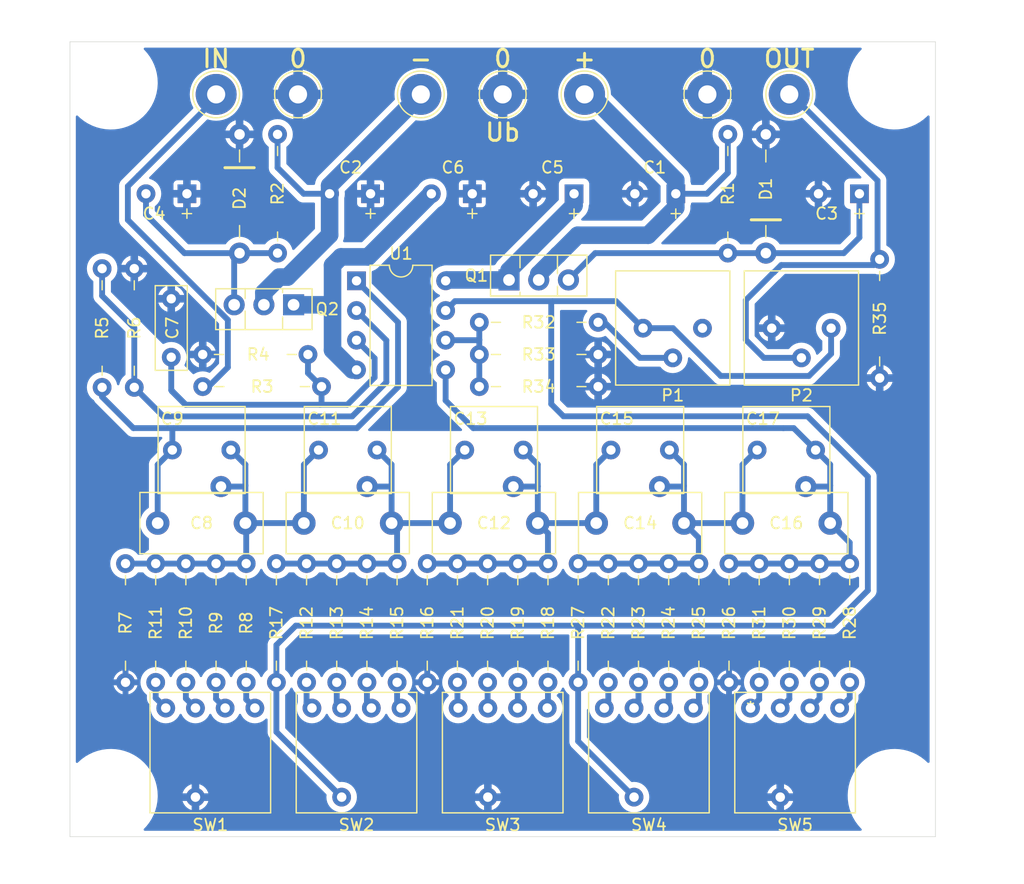
<source format=kicad_pcb>
(kicad_pcb (version 20211014) (generator pcbnew)
  (title_block (title "Thel HQ-Sub (as of 2013)") (rev "1.0") (comment 1 "except the swapped position for C1<->C5 and C2<->C6") (comment 2 "PCB is not the original -> but like the original = exactly the same component placement") (comment 3 "1 layer PCB / all THT components"))
  (layers (0 "F.Cu" signal) (31 "B.Cu" signal) (34 "B.Paste" user) (35 "F.Paste" user) (36 "B.SilkS" user "B.Silkscreen") (37 "F.SilkS" user "F.Silkscreen") (38 "B.Mask" user) (39 "F.Mask" user) (44 "Edge.Cuts" user))
  (net 0 "")
  (net 1 "Net-(C1-Pad1)")
  (net 2 "GND")
  (net 3 "Net-(C2-Pad2)")
  (net 4 "Net-(C3-Pad1)")
  (net 5 "Net-(R5-Pad1)")
  (net 6 "Net-(R8-Pad1)")
  (net 7 "Net-(R9-Pad1)")
  (net 8 "Net-(R10-Pad1)")
  (net 9 "+UB_r")
  (net 10 "-UB_r")
  (net 11 "Net-(R15-Pad1)")
  (net 12 "Net-(R18-Pad1)")
  (net 13 "Net-(R19-Pad1)")
  (net 14 "Net-(R20-Pad1)")
  (net 15 "Net-(R25-Pad1)")
  (net 16 "Net-(R28-Pad1)")
  (net 17 "Net-(J4-Pad1)")
  (net 18 "Net-(J6-Pad1)")
  (net 19 "Net-(R29-Pad1)")
  (net 20 "Net-(R30-Pad1)")
  (net 21 "Net-(C7-Pad2)")
  (net 22 "Net-(R32-Pad2)")
  (net 24 "Net-(R12-Pad2)")
  (net 25 "Net-(R17-Pad2)")
  (net 26 "Net-(C10-Pad2)")
  (net 27 "Net-(C8-Pad2)")
  (net 28 "Net-(C12-Pad1)")
  (net 29 "Net-(C14-Pad1)")
  (net 30 "Net-(C16-Pad1)")
  (net 31 "Net-(R11-Pad1)")
  (net 32 "Net-(R12-Pad1)")
  (net 33 "Net-(R13-Pad1)")
  (net 34 "Net-(R21-Pad1)")
  (net 35 "Net-(R23-Pad1)")
  (net 36 "Net-(R22-Pad1)")
  (net 37 "Net-(R24-Pad1)")
  (net 38 "Net-(R31-Pad1)")
  (net 39 "Net-(R32-Pad1)")
  (net 40 "Net-(C4-Pad2)")
  (net 41 "Net-(R14-Pad1)")
  (footprint "analoghifi:R_Axial_DIN0207_L6.3mm_D2.5mm_P10.16mm_Horizontal_minSilk" (layer "F.Cu") (at 101.91 128.8 90)
    (fp_text reference "R10")
    (fp_text value "13k")
  )
  (footprint "Capacitor_THT:C_Rect_L10.3mm_W5.0mm_P7.50mm_MKS4" (layer "F.Cu") (at 144.5 115.175 180)
    (fp_text reference "C14")
    (fp_text value "1µF/MKS")
  )
  (footprint "analoghifi:D_DO-41_SOD81_P10.16mm_Horizontal_minSilk" (layer "F.Cu") (at 106.5 81.92 -90)
    (fp_text reference "D2")
    (fp_text value "18V/1,3W/2%")
  )
  (footprint "Capacitor_THT:C_Rect_L7.2mm_W7.2mm_P5.00mm_FKS2_FKP2_MKS2_MKP2" (layer "F.Cu") (at 138.255 108.925)
    (fp_text reference "C15")
    (fp_text value "22n/KP")
  )
  (footprint "analoghifi:C_axial_upright_D10.5mm_H26.5mm_P6.25mm_onePad_noSilk" (layer "F.Cu") (at 129.9125 112.05 -150)
    (fp_text reference "REF**" hide)
    (fp_text value "C_axial_upright_D10.5mm_H26.5mm_P6.25mm_onePad_noSilk" hide)
  )
  (footprint "analoghifi:R_Axial_DIN0207_L6.3mm_D2.5mm_P10.16mm_Horizontal_minSilk" (layer "F.Cu") (at 97.5 93.405 -90)
    (fp_text reference "R6")
    (fp_text value "2.4k")
  )
  (footprint "analoghifi:R_Axial_DIN0207_L6.3mm_D2.5mm_P10.16mm_Horizontal_minSilk" (layer "F.Cu") (at 143.19 128.8 90)
    (fp_text reference "R24")
    (fp_text value "20.5k")
  )
  (footprint "analoghifi:DRS_3016_4010" (layer "F.Cu") (at 112.69 131)
    (fp_text reference "SW2")
    (fp_text value "DRS4010" hide)
  )
  (footprint "analoghifi:CP_Radial_Black_D8.2mm_H12.5mm_P3.50mm_minimal_silk" (layer "F.Cu") (at 117.7 87 180)
    (fp_text reference "C2")
    (fp_text value "100µF/63V")
  )
  (footprint "analoghifi:R_Axial_DIN0207_L6.3mm_D2.5mm_P10.16mm_Horizontal_minSilk" (layer "F.Cu") (at 125.13 128.8 90)
    (fp_text reference "R21")
    (fp_text value "36.5k")
  )
  (footprint "Package_DIP:DIP-8_W7.62mm" (layer "F.Cu") (at 116.5 94.45)
    (fp_text reference "U1")
    (fp_text value "MC33078")
  )
  (footprint "analoghifi:R_Axial_DIN0207_L6.3mm_D2.5mm_P10.16mm_Horizontal_minSilk" (layer "F.Cu") (at 137.16 100.75 180)
    (fp_text reference "R33")
    (fp_text value "2,4k")
  )
  (footprint "Capacitor_THT:C_Rect_L10.3mm_W5.0mm_P7.50mm_MKS4" (layer "F.Cu") (at 107 115.175 180)
    (fp_text reference "C8")
    (fp_text value "1µF/MKS")
  )
  (footprint "analoghifi:R_Axial_DIN0207_L6.3mm_D2.5mm_P10.16mm_Horizontal_minSilk" (layer "F.Cu") (at 148.35 128.8 90)
    (fp_text reference "R26")
    (fp_text value "36.5k")
  )
  (footprint "analoghifi:R_Axial_DIN0207_L6.3mm_D2.5mm_P10.16mm_Horizontal_minSilk" (layer "F.Cu") (at 137.16 103.5 180)
    (fp_text reference "R34")
    (fp_text value "270k")
  )
  (footprint "analoghifi:C_axial_upright_D10.5mm_H26.5mm_P6.25mm_onePad_noSilk" (layer "F.Cu") (at 142.4125 112.05 -150)
    (fp_text reference "REF**" hide)
    (fp_text value "C_axial_upright_D10.5mm_H26.5mm_P6.25mm_onePad_noSilk" hide)
  )
  (footprint "analoghifi:C_axial_upright_D10.5mm_H26.5mm_P6.25mm_onePad_noSilk" (layer "F.Cu") (at 154.9125 112.05 -150)
    (fp_text reference "REF**" hide)
    (fp_text value "C_axial_upright_D10.5mm_H26.5mm_P6.25mm_onePad_noSilk" hide)
  )
  (footprint "analoghifi:DRS_3016_4010" (layer "F.Cu") (at 137.69 131)
    (fp_text reference "SW4")
    (fp_text value "DRS4010" hide)
  )
  (footprint "analoghifi:R_Axial_DIN0207_L6.3mm_D2.5mm_P10.16mm_Horizontal_minSilk" (layer "F.Cu") (at 127.71 128.8 90)
    (fp_text reference "R20")
    (fp_text value "17.8k")
  )
  (footprint "analoghifi:C_axial_upright_D10.5mm_H26.5mm_P6.25mm_onePad_noSilk" (layer "F.Cu") (at 104.9125 112.05 -150)
    (fp_text reference "REF**" hide)
    (fp_text value "C_axial_upright_D10.5mm_H26.5mm_P6.25mm_onePad_noSilk" hide)
  )
  (footprint "analoghifi:R_Axial_Short_L6.3mm_D2.5mm_P9.0mm_Horiz_minSilk" (layer "F.Cu") (at 103.35 100.75)
    (fp_text reference "R4")
    (fp_text value "39k")
  )
  (footprint "Package_TO_SOT_THT:TO-126-3_Vertical" (layer "F.Cu") (at 111.12 96.5 180)
    (fp_text reference "Q2")
    (fp_text value "BD140")
  )
  (footprint "analoghifi:R_Axial_DIN0207_L6.3mm_D2.5mm_P10.16mm_Horizontal_minSilk" (layer "F.Cu") (at 109.65 118.64 -90)
    (fp_text reference "R17")
    (fp_text value "9.31k")
  )
  (footprint "analoghifi:R_Axial_DIN0207_L6.3mm_D2.5mm_P10.16mm_Horizontal_minSilk" (layer "F.Cu") (at 119.97 128.8 90)
    (fp_text reference "R15")
    (fp_text value "6.04k")
  )
  (footprint "analoghifi:R_Axial_DIN0207_L6.3mm_D2.5mm_P10.16mm_Horizontal_minSilk" (layer "F.Cu") (at 94.75 93.405 -90)
    (fp_text reference "R5")
    (fp_text value "1.2k")
  )
  (footprint "analoghifi:R_Axial_DIN0207_L6.3mm_D2.5mm_P10.16mm_Horizontal_minSilk" (layer "F.Cu") (at 122.55 128.8 90)
    (fp_text reference "R16")
    (fp_text value "6.98k")
  )
  (footprint "analoghifi:Potentiometer_Bourns_3386P_Vertical" (layer "F.Cu") (at 152 98.5 -90)
    (fp_text reference "P2")
    (fp_text value "5k")
  )
  (footprint "analoghifi:R_Axial_DIN0207_L6.3mm_D2.5mm_P10.16mm_Horizontal_minSilk" (layer "F.Cu") (at 107.07 128.8 90)
    (fp_text reference "R8")
    (fp_text value "3.3k")
  )
  (footprint "analoghifi:R_Axial_DIN0207_L6.3mm_D2.5mm_P10.16mm_Horizontal_minSilk" (layer "F.Cu") (at 99.33 128.8 90)
    (fp_text reference "R11")
    (fp_text value "27k")
  )
  (footprint "analoghifi:DRS_3016_4010" (layer "F.Cu") (at 125.19 131)
    (fp_text reference "SW3")
    (fp_text value "DRS4010" hide)
  )
  (footprint "analoghifi:R_Axial_DIN0207_L6.3mm_D2.5mm_P10.16mm_Horizontal_minSilk" (layer "F.Cu") (at 117.39 128.8 90)
    (fp_text reference "R14")
    (fp_text value "12.4k")
  )
  (footprint "analoghifi:R_Axial_DIN0207_L6.3mm_D2.5mm_P10.16mm_Horizontal_minSilk" (layer "F.Cu") (at 153.51 128.8 90)
    (fp_text reference "R30")
    (fp_text value "91k")
  )
  (footprint "analoghifi:Loet_Pin_D1.5mm_L14.0mm" (layer "F.Cu") (at 129 78.5 180)
    (fp_text reference "J2" hide)
    (fp_text value "UB 0 (GND)")
  )
  (footprint "analoghifi:Loet_Pin_D1.5mm_L14.0mm" (layer "F.Cu") (at 136 78.5 180)
    (fp_text reference "J1" hide)
    (fp_text value "+UB")
  )
  (footprint "MountingHole:MountingHole_3.2mm_M3" (layer "F.Cu") (at 162.5 77.5)
    (fp_text reference "REF**" hide)
    (fp_text value "MountingHole_3.2mm_M3")
  )
  (footprint "analoghifi:Loet_Pin_D1.5mm_L14.0mm" (layer "F.Cu") (at 122 78.5 180)
    (fp_text reference "J3" hide)
    (fp_text value "-UB")
  )
  (footprint "Capacitor_THT:C_Rect_L10.3mm_W5.0mm_P7.50mm_MKS4" (layer "F.Cu") (at 157 115.175 180)
    (fp_text reference "C16")
    (fp_text value "1µF/MKS")
  )
  (footprint "analoghifi:R_Axial_DIN0207_L6.3mm_D2.5mm_P10.16mm_Horizontal_minSilk" (layer "F.Cu") (at 156.09 128.8 90)
    (fp_text reference "R29")
    (fp_text value "48.7k")
  )
  (footprint "analoghifi:CP_Radial_Black_D8.2mm_H12.5mm_P3.50mm_minimal_silk" (layer "F.Cu") (at 135.1 87 180)
    (fp_text reference "C5")
    (fp_text value "100µF/63V")
  )
  (footprint "analoghifi:DRS_3016_4010" (layer "F.Cu") (at 150.19 131)
    (fp_text reference "SW5")
    (fp_text value "DRS4010" hide)
  )
  (footprint "analoghifi:R_Axial_DIN0207_L6.3mm_D2.5mm_P10.16mm_Horizontal_minSilk" (layer "F.Cu") (at 130.29 128.8 90)
    (fp_text reference "R19")
    (fp_text value "9.1k")
  )
  (footprint "analoghifi:R_Axial_DIN0207_L6.3mm_D2.5mm_P10.16mm_Horizontal_minSilk" (layer "F.Cu") (at 148.25 92.08 90)
    (fp_text reference "R1")
    (fp_text value "3,3k")
  )
  (footprint "analoghifi:R_Axial_DIN0207_L6.3mm_D2.5mm_P10.16mm_Horizontal_minSilk" (layer "F.Cu") (at 161.23 102.77 90)
    (fp_text reference "R35")
    (fp_text value "2,4k")
  )
  (footprint "analoghifi:CP_Radial_Black_D8.2mm_H12.5mm_P3.50mm_minimal_silk" (layer "F.Cu") (at 126.4 87 180)
    (fp_text reference "C6")
    (fp_text value "100µF/63V")
  )
  (footprint "analoghifi:R_Axial_DIN0207_L6.3mm_D2.5mm_P10.16mm_Horizontal_minSilk" (layer "F.Cu") (at 135.45 118.64 -90)
    (fp_text reference "R27")
    (fp_text value "15.4k")
  )
  (footprint "analoghifi:Loet_Pin_D1.5mm_L14.0mm" (layer "F.Cu") (at 153.5 78.5 180)
    (fp_text reference "J6" hide)
    (fp_text value "OUT")
  )
  (footprint "Capacitor_THT:C_Rect_L7.2mm_W7.2mm_P5.00mm_FKS2_FKP2_MKS2_MKP2" (layer "F.Cu") (at 113.255 108.925)
    (fp_text reference "C11")
    (fp_text value "22n/KP")
  )
  (footprint "analoghifi:R_Axial_DIN0207_L6.3mm_D2.5mm_P10.16mm_Horizontal_minSilk" (layer "F.Cu") (at 104.49 128.8 90)
    (fp_text reference "R9")
    (fp_text value "6.8k")
  )
  (footprint "analoghifi:Potentiometer_Bourns_3386P_Vertical" (layer "F.Cu") (at 141 98.5 -90)
    (fp_text reference "P1")
    (fp_text value "200")
  )
  (footprint "analoghifi:R_Axial_DIN0207_L6.3mm_D2.5mm_P10.16mm_Horizontal_minSilk" (layer "F.Cu") (at 112.23 128.8 90)
    (fp_text reference "R12")
    (fp_text value "51k")
  )
  (footprint "analoghifi:Loet_Pin_D1.5mm_L14.0mm" (layer "F.Cu") (at 111.5 78.5 180)
    (fp_text reference "J5" hide)
    (fp_text value "IN 0 (GND)")
  )
  (footprint "Capacitor_THT:C_Rect_L7.2mm_W7.2mm_P5.00mm_FKS2_FKP2_MKS2_MKP2" (layer "F.Cu") (at 150.755 108.925)
    (fp_text reference "C17")
    (fp_text value "22n/KP")
  )
  (footprint "Capacitor_THT:C_Rect_L10.3mm_W5.0mm_P7.50mm_MKS4" (layer "F.Cu") (at 132 115.175 180)
    (fp_text reference "C12")
    (fp_text value "1µF/MKS")
  )
  (footprint "Capacitor_THT:C_Rect_L7.0mm_W2.5mm_P5.00mm" (layer "F.Cu") (at 100.66 95.985 -90)
    (fp_text reference "C7")
    (fp_text value "100pF")
  )
  (footprint "analoghifi:Loet_Pin_D1.5mm_L14.0mm" (layer "F.Cu") (at 146.5 78.5 180)
    (fp_text reference "J7" hide)
    (fp_text value "OUT 0 (GND)")
  )
  (footprint "Package_TO_SOT_THT:TO-126-3_Vertical" (layer "F.Cu") (at 129.54 94.375)
    (fp_text reference "Q1")
    (fp_text value "BD139")
  )
  (footprint "analoghifi:R_Axial_DIN0207_L6.3mm_D2.5mm_P10.16mm_Horizontal_minSilk" (layer "F.Cu") (at 145.77 128.8 90)
    (fp_text reference "R25")
    (fp_text value "10k")
  )
  (footprint "analoghifi:CP_Radial_Black_D8.2mm_H12.5mm_P3.50mm_minimal_silk" (layer "F.Cu") (at 143.8 87 180)
    (fp_text reference "C1")
    (fp_text value "100µF/63V")
  )
  (footprint "MountingHole:MountingHole_3.2mm_M3" (layer "F.Cu") (at 95.5 77.5)
    (fp_text reference "REF**" hide)
    (fp_text value "MountingHole_3.2mm_M3")
  )
  (footprint "Capacitor_THT:C_Rect_L7.2mm_W7.2mm_P5.00mm_FKS2_FKP2_MKS2_MKP2" (layer "F.Cu") (at 100.755 108.925)
    (fp_text reference "C9")
    (fp_text value "22n/KP")
  )
  (footprint "analoghifi:R_Axial_DIN0207_L6.3mm_D2.5mm_P10.16mm_Horizontal_minSilk" (layer "F.Cu") (at 150.93 128.8 90)
    (fp_text reference "R31")
    (fp_text value "200k")
  )
  (footprint "analoghifi:R_Axial_DIN0207_L6.3mm_D2.5mm_P10.16mm_Horizontal_minSilk" (layer "F.Cu") (at 96.75 128.8 90)
    (fp_text reference "R7")
    (fp_text value "5.1k")
  )
  (footprint "MountingHole:MountingHole_3.2mm_M3" (layer "F.Cu") (at 95.5 138.5)
    (fp_text reference "REF**" hide)
    (fp_text value "MountingHole_3.2mm_M3")
  )
  (footprint "analoghifi:CP_Radial_Black_D8.2mm_H12.5mm_P3.50mm_minimal_silk" (layer "F.Cu") (at 102 87 180)
    (fp_text reference "C4")
    (fp_text value "100µF/63V")
  )
  (footprint "analoghifi:R_Axial_DIN0207_L6.3mm_D2.5mm_P10.16mm_Horizontal_minSilk" (layer "F.Cu") (at 114.81 128.8 90)
    (fp_text reference "R13")
    (fp_text value "24k")
  )
  (footprint "analoghifi:R_Axial_DIN0207_L6.3mm_D2.5mm_P10.16mm_Horizontal_minSilk" (layer "F.Cu") (at 109.75 81.92 -90)
    (fp_text reference "R2")
    (fp_text value "3,3k")
  )
  (footprint "analoghifi:D_DO-41_SOD81_P10.16mm_Horizontal_minSilk" (layer "F.Cu") (at 151.5 92.08 90)
    (fp_text reference "D1")
    (fp_text value "18V/1,3W/2%")
  )
  (footprint "Capacitor_THT:C_Rect_L7.2mm_W7.2mm_P5.00mm_FKS2_FKP2_MKS2_MKP2" (layer "F.Cu") (at 125.755 108.925)
    (fp_text reference "C13")
    (fp_text value "22n/KP")
  )
  (footprint "analoghifi:Loet_Pin_D1.5mm_L14.0mm" (layer "F.Cu") (at 104.5 78.5 180)
    (fp_text reference "J4" hide)
    (fp_text value "IN")
  )
  (footprint "analoghifi:R_Axial_DIN0207_L6.3mm_D2.5mm_P10.16mm_Horizontal_minSilk" (layer "F.Cu") (at 138.03 128.8 90)
    (fp_text reference "R22")
    (fp_text value "82k")
  )
  (footprint "analoghifi:DRS_3016_4010" (layer "F.Cu") (at 100.19 131)
    (fp_text reference "SW1")
    (fp_text value "DRS4010" hide)
  )
  (footprint "analoghifi:R_Axial_DIN0207_L6.3mm_D2.5mm_P10.16mm_Horizontal_minSilk" (layer "F.Cu") (at 158.67 128.8 90)
    (fp_text reference "R28")
    (fp_text value "23.7k")
  )
  (footprint "analoghifi:R_Axial_DIN0207_L6.3mm_D2.5mm_P10.16mm_Horizontal_minSilk" (layer "F.Cu") (at 132.87 128.8 90)
    (fp_text reference "R18")
    (fp_text value "4.53k")
  )
  (footprint "analoghifi:R_Axial_DIN0207_L6.3mm_D2.5mm_P10.16mm_Horizontal_minSilk" (layer "F.Cu") (at 140.61 128.8 90)
    (fp_text reference "R23")
    (fp_text value "39k")
  )
  (footprint "analoghifi:R_Axial_DIN0207_L6.3mm_D2.5mm_P10.16mm_Horizontal_minSilk" (layer "F.Cu") (at 103.35 103.5)
    (fp_text reference "R3")
    (fp_text value "100")
  )
  (footprint "Capacitor_THT:C_Rect_L10.3mm_W5.0mm_P7.50mm_MKS4" (layer "F.Cu") (at 119.5 115.175 180)
    (fp_text reference "C10")
    (fp_text value "1µF/MKS")
  )
  (footprint "analoghifi:C_axial_upright_D10.5mm_H26.5mm_P6.25mm_onePad_noSilk" (layer "F.Cu") (at 117.4125 112.05 -150)
    (fp_text reference "REF**" hide)
    (fp_text value "C_axial_upright_D10.5mm_H26.5mm_P6.25mm_onePad_noSilk" hide)
  )
  (footprint "analoghifi:CP_Radial_Black_D8.2mm_H12.5mm_P3.50mm_minimal_silk" (layer "F.Cu") (at 159.5 87 180)
    (fp_text reference "C3")
    (fp_text value "100µF/63V")
  )
  (footprint "analoghifi:R_Axial_DIN0207_L6.3mm_D2.5mm_P10.16mm_Horizontal_minSilk" (layer "F.Cu") (at 127 98)
    (fp_text reference "R32")
    (fp_text value "2,4k")
  )
  (footprint "MountingHole:MountingHole_3.2mm_M3" (layer "F.Cu") (at 162.5 138.5)
    (fp_text reference "REF**" hide)
    (fp_text value "MountingHole_3.2mm_M3")
  )
  (gr_line (start 92 74) (end 166 74) (layer "Edge.Cuts") (width 0.05))
  (gr_line (start 166 74) (end 166 142) (layer "Edge.Cuts") (width 0.05))
  (gr_line (start 166 142) (end 92 142) (layer "Edge.Cuts") (width 0.05))
  (gr_line (start 92 142) (end 92 74) (layer "Edge.Cuts") (width 0.05))
  (gr_text "0" (at 146.5 75.45) (layer "F.SilkS") (effects (font (size 1.5 1.5) (thickness 0.25))))
  (gr_text "0" (at 111.5 75.45) (layer "F.SilkS") (effects (font (size 1.5 1.5) (thickness 0.25))))
  (gr_text "-" (at 122 75.45) (layer "F.SilkS") (effects (font (size 1.5 1.5) (thickness 0.25))))
  (gr_text "+" (at 136 75.45) (layer "F.SilkS") (effects (font (size 1.5 1.5) (thickness 0.25))))
  (gr_text "Ub" (at 129 81.75) (layer "F.SilkS") (effects (font (size 1.5 1.5) (thickness 0.25))))
  (gr_text "IN" (at 104.5 75.45) (layer "F.SilkS") (effects (font (size 1.5 1.5) (thickness 0.25))))
  (gr_text "0" (at 129 75.45) (layer "F.SilkS") (effects (font (size 1.5 1.5) (thickness 0.25))))
  (gr_text "OUT" (at 153.5 75.45) (layer "F.SilkS") (effects (font (size 1.5 1.5) (thickness 0.25))))
  (segment (start 146.46 87) (end 143.8 87) (width 0.5) (layer "B.Cu") (net 1))
  (segment (start 143.8 88.18) (end 143.8 87) (width 1.5) (layer "B.Cu") (net 1))
  (segment (start 141.43 90.55) (end 143.8 88.18) (width 1.5) (layer "B.Cu") (net 1))
  (segment (start 143.8 85.84) (end 143.8 87) (width 1.5) (layer "B.Cu") (net 1))
  (segment (start 132.08 93.875131) (end 133.729642 92.225489) (width 1.5) (layer "B.Cu") (net 1))
  (segment (start 136.46 78.5) (end 143.8 85.84) (width 1.5) (layer "B.Cu") (net 1))
  (segment (start 148.25 85.21) (end 146.46 87) (width 0.5) (layer "B.Cu") (net 1))
  (segment (start 135.41 90.55) (end 141.43 90.55) (width 1.5) (layer "B.Cu") (net 1))
  (segment (start 148.25 81.92) (end 148.25 85.21) (width 0.5) (layer "B.Cu") (net 1))
  (segment (start 133.729642 92.225489) (end 133.734511 92.225489) (width 1.5) (layer "B.Cu") (net 1))
  (segment (start 133.734511 92.225489) (end 135.41 90.55) (width 1.5) (layer "B.Cu") (net 1))
  (segment (start 132.08 94.375) (end 132.08 93.875131) (width 1.5) (layer "B.Cu") (net 1))
  (segment (start 136 78.5) (end 136.46 78.5) (width 1.5) (layer "B.Cu") (net 1))
  (segment (start 114.2 87) (end 111.98 87) (width 0.5) (layer "B.Cu") (net 3))
  (segment (start 114.2 90.528447) (end 114.2 87) (width 1.5) (layer "B.Cu") (net 3))
  (segment (start 110.598936 94.129511) (end 114.2 90.528447) (width 1.5) (layer "B.Cu") (net 3))
  (segment (start 108.58 96.5) (end 108.58 95.45) (width 1.5) (layer "B.Cu") (net 3))
  (segment (start 122 78.5) (end 114.2 86.3) (width 1.5) (layer "B.Cu") (net 3))
  (segment (start 109.900489 94.129511) (end 110.598936 94.129511) (width 1.5) (layer "B.Cu") (net 3))
  (segment (start 108.58 95.45) (end 109.900489 94.129511) (width 1.5) (layer "B.Cu") (net 3))
  (segment (start 111.98 87) (end 109.75 84.77) (width 0.5) (layer "B.Cu") (net 3))
  (segment (start 114.2 86.3) (end 114.2 87) (width 1.5) (layer "B.Cu") (net 3))
  (segment (start 109.75 84.77) (end 109.75 81.92) (width 0.5) (layer "B.Cu") (net 3))
  (segment (start 148.25 92.08) (end 136.91 92.08) (width 0.5) (layer "B.Cu") (net 4))
  (segment (start 136.91 92.08) (end 134.62 94.37) (width 0.5) (layer "B.Cu") (net 4))
  (segment (start 159.5 87) (end 159.5 90.746478) (width 0.5) (layer "B.Cu") (net 4))
  (segment (start 158.166478 92.08) (end 151.5 92.08) (width 0.5) (layer "B.Cu") (net 4))
  (segment (start 159.5 90.746478) (end 158.166478 92.08) (width 0.5) (layer "B.Cu") (net 4))
  (segment (start 134.62 94.37) (end 134.62 94.375) (width 0.5) (layer "B.Cu") (net 4))
  (segment (start 151.5 92.08) (end 148.25 92.08) (width 0.5) (layer "B.Cu") (net 4))
  (segment (start 97.5 98.48) (end 97.5 103.565) (width 0.5) (layer "B.Cu") (net 5))
  (segment (start 94.75 95.73) (end 97.5 98.48) (width 0.5) (layer "B.Cu") (net 5))
  (segment (start 119.05 99.54) (end 119.05 103.124863) (width 0.5) (layer "B.Cu") (net 5))
  (segment (start 99.985 106.05) (end 97.5 103.565) (width 0.5) (layer "B.Cu") (net 5))
  (segment (start 94.75 93.405) (end 94.75 95.73) (width 0.5) (layer "B.Cu") (net 5))
  (segment (start 116.124863 106.05) (end 99.985 106.05) (width 0.5) (layer "B.Cu") (net 5))
  (segment (start 119.05 103.124863) (end 116.124863 106.05) (width 0.5) (layer "B.Cu") (net 5))
  (segment (start 116.5 96.99) (end 119.05 99.54) (width 0.5) (layer "B.Cu") (net 5))
  (segment (start 107.07 128.8) (end 107.07 130.26) (width 0.5) (layer "B.Cu") (net 6))
  (segment (start 107.07 130.26) (end 107.81 131) (width 0.5) (layer "B.Cu") (net 6))
  (segment (start 104.49 130.22) (end 105.27 131) (width 0.5) (layer "B.Cu") (net 7))
  (segment (start 104.49 128.8) (end 104.49 130.22) (width 0.5) (layer "B.Cu") (net 7))
  (segment (start 101.91 128.8) (end 101.91 130.18) (width 0.5) (layer "B.Cu") (net 8))
  (segment (start 101.91 130.18) (end 102.73 131) (width 0.5) (layer "B.Cu") (net 8))
  (segment (start 129.54 93.56) (end 129.54 94.375) (width 1.5) (layer "B.Cu") (net 9))
  (segment (start 135.1 87) (end 135.1 88) (width 1.5) (layer "B.Cu") (net 9))
  (segment (start 124.195 94.375) (end 124.12 94.45) (width 1.5) (layer "B.Cu") (net 9))
  (segment (start 129.54 94.375) (end 124.195 94.375) (width 1.5) (layer "B.Cu") (net 9))
  (segment (start 135.1 88) (end 129.54 93.56) (width 1.5) (layer "B.Cu") (net 9))
  (segment (start 122.9 87) (end 122.89 87) (width 1.5) (layer "B.Cu") (net 10))
  (segment (start 122.89 87) (end 117.489511 92.400489) (width 1.5) (layer "B.Cu") (net 10))
  (segment (start 117.489511 92.400489) (end 115.169511 92.400489) (width 1.5) (layer "B.Cu") (net 10))
  (segment (start 116.141553 102.07) (end 116.5 102.07) (width 1.5) (layer "B.Cu") (net 10))
  (segment (start 115.169511 92.400489) (end 114.450489 93.119511) (width 1.5) (layer "B.Cu") (net 10))
  (segment (start 111.12 96) (end 111.12 96.168659) (width 0.5) (layer "B.Cu") (net 10))
  (segment (start 111.12 96.5) (end 111.12 96.45) (width 1.5) (layer "B.Cu") (net 10))
  (segment (start 114.450489 93.119511) (end 114.450489 100.378936) (width 1.5) (layer "B.Cu") (net 10))
  (segment (start 114.450489 100.378936) (end 116.141553 102.07) (width 1.5) (layer "B.Cu") (net 10))
  (segment (start 111.12 96.5) (end 113.94 96.5) (width 1.5) (layer "B.Cu") (net 10))
  (segment (start 119.97 128.8) (end 119.97 130.66) (width 0.5) (layer "B.Cu") (net 11))
  (segment (start 119.97 130.66) (end 120.31 131) (width 0.5) (layer "B.Cu") (net 11))
  (segment (start 132.87 128.8) (end 132.87 130.94) (width 0.5) (layer "B.Cu") (net 12))
  (segment (start 132.87 130.94) (end 132.81 131) (width 0.5) (layer "B.Cu") (net 12))
  (segment (start 130.29 128.8) (end 130.29 130.98) (width 0.5) (layer "B.Cu") (net 13))
  (segment (start 130.29 130.98) (end 130.27 131) (width 0.5) (layer "B.Cu") (net 13))
  (segment (start 127.71 128.8) (end 127.71 130.98) (width 0.5) (layer "B.Cu") (net 14))
  (segment (start 127.71 130.98) (end 127.73 131) (width 0.5) (layer "B.Cu") (net 14))
  (segment (start 145.77 130.54) (end 145.31 131) (width 0.5) (layer "B.Cu") (net 15))
  (segment (start 145.77 128.8) (end 145.77 130.54) (width 0.5) (layer "B.Cu") (net 15))
  (segment (start 158.67 128.8) (end 158.67 130.14) (width 0.5) (layer "B.Cu") (net 16))
  (segment (start 158.67 130.14) (end 157.81 131) (width 0.5) (layer "B.Cu") (net 16))
  (segment (start 96.950489 89.243251) (end 105.5 97.792762) (width 0.5) (layer "B.Cu") (net 17))
  (segment (start 105.5 101.85) (end 103.85 103.5) (width 0.5) (layer "B.Cu") (net 17))
  (segment (start 104.5 78.81) (end 97.859511 85.450489) (width 0.5) (layer "B.Cu") (net 17))
  (segment (start 103.85 103.5) (end 103.35 103.5) (width 0.5) (layer "B.Cu") (net 17))
  (segment (start 105.5 97.792762) (end 105.5 101.85) (width 0.5) (layer "B.Cu") (net 17))
  (segment (start 104.5 78.5) (end 104.5 78.81) (width 0.5) (layer "B.Cu") (net 17))
  (segment (start 97.859511 85.450489) (end 97.85817 85.450489) (width 0.5) (layer "B.Cu") (net 17))
  (segment (start 96.950489 86.35817) (end 96.950489 89.243251) (width 0.5) (layer "B.Cu") (net 17))
  (segment (start 97.85817 85.450489) (end 96.950489 86.35817) (width 0.5) (layer "B.Cu") (net 17))
  (segment (start 161.23 92.61) (end 161.05 92.43) (width 0.5) (layer "B.Cu") (net 18))
  (segment (start 152.183251 93.729511) (end 152.160489 93.729511) (width 0.5) (layer "B.Cu") (net 18))
  (segment (start 149.79 96.1) (end 149.79 99.5) (width 0.5) (layer "B.Cu") (net 18))
  (segment (start 153.67 78.5) (end 153.5 78.5) (width 0.5) (layer "B.Cu") (net 18))
  (segment (start 160.74 93.1) (end 152.812762 93.1) (width 0.5) (layer "B.Cu") (net 18))
  (segment (start 161.23 92.61) (end 160.74 93.1) (width 0.5) (layer "B.Cu") (net 18))
  (segment (start 151.33 101.04) (end 154.54 101.04) (width 0.5) (layer "B.Cu") (net 18))
  (segment (start 152.160489 93.729511) (end 149.79 96.1) (width 0.5) (layer "B.Cu") (net 18))
  (segment (start 161.05 85.88) (end 153.67 78.5) (width 0.5) (layer "B.Cu") (net 18))
  (segment (start 152.812762 93.1) (end 152.183251 93.729511) (width 0.5) (layer "B.Cu") (net 18))
  (segment (start 149.79 99.5) (end 151.33 101.04) (width 0.5) (layer "B.Cu") (net 18))
  (segment (start 161.05 92.43) (end 161.05 85.88) (width 0.5) (layer "B.Cu") (net 18))
  (segment (start 156.09 130.18) (end 155.27 131) (width 0.5) (layer "B.Cu") (net 19))
  (segment (start 156.09 128.8) (end 156.09 130.18) (width 0.5) (layer "B.Cu") (net 19))
  (segment (start 153.51 130.22) (end 152.73 131) (width 0.5) (layer "B.Cu") (net 20))
  (segment (start 153.51 128.8) (end 153.51 130.22) (width 0.5) (layer "B.Cu") (net 20))
  (segment (start 113.390489 105.049511) (end 101.909511 105.049511) (width 0.5) (layer "B.Cu") (net 21))
  (segment (start 100.73 103.91) (end 100.73 103.87) (width 0.5) (layer "B.Cu") (net 21))
  (segment (start 113.51 104.93) (end 113.390489 105.049511) (width 0.5) (layer "B.Cu") (net 21))
  (segment (start 101.869511 105.049511) (end 100.73 103.91) (width 0.5) (layer "B.Cu") (net 21))
  (segment (start 100.66 100.985) (end 100.66 103.8) (width 0.5) (layer "B.Cu") (net 21))
  (segment (start 112.35 100.75) (end 112.35 102.34) (width 0.5) (layer "B.Cu") (net 21))
  (segment (start 113.51 103.5) (end 113.51 104.93) (width 0.5) (layer "B.Cu") (net 21))
  (segment (start 118.049511 102.71183) (end 115.71183 105.049511) (width 0.5) (layer "B.Cu") (net 21))
  (segment (start 101.909511 105.049511) (end 100.73 103.87) (width 0.5) (layer "B.Cu") (net 21))
  (segment (start 116.5 99.53) (end 118.049511 101.079511) (width 0.5) (layer "B.Cu") (net 21))
  (segment (start 115.71183 105.049511) (end 113.390489 105.049511) (width 0.5) (layer "B.Cu") (net 21))
  (segment (start 112.35 102.34) (end 113.51 103.5) (width 0.5) (layer "B.Cu") (net 21))
  (segment (start 100.66 103.8) (end 100.73 103.87) (width 0.5) (layer "B.Cu") (net 21))
  (segment (start 118.049511 101.079511) (end 118.049511 102.71183) (width 0.5) (layer "B.Cu") (net 21))
  (segment (start 143.54 101.04) (end 140.75 101.04) (width 0.5) (layer "B.Cu") (net 22))
  (segment (start 140.75 101.04) (end 137.71 98) (width 0.5) (layer "B.Cu") (net 22))
  (segment (start 137.71 98) (end 137.16 98) (width 0.5) (layer "B.Cu") (net 22))
  (segment (start 119.37 112.05) (end 119.5 111.92) (width 0.5) (layer "B.Cu") (net 24))
  (segment (start 124.5 110.18) (end 124.5 115.175) (width 0.5) (layer "B.Cu") (net 24))
  (segment (start 125.755 108.925) (end 124.5 110.18) (width 0.5) (layer "B.Cu") (net 24))
  (segment (start 109.65 118.64) (end 119.97 118.64) (width 0.5) (layer "B.Cu") (net 24))
  (segment (start 117.4125 112.05) (end 119.37 112.05) (width 0.5) (layer "B.Cu") (net 24))
  (segment (start 119.5 110.17) (end 119.5 111.92) (width 0.5) (layer "B.Cu") (net 24))
  (segment (start 119.5 115.175) (end 119.97 115.645) (width 0.5) (layer "B.Cu") (net 24))
  (segment (start 119.5 111.92) (end 119.5 115.175) (width 0.5) (layer "B.Cu") (net 24))
  (segment (start 119.5 115.175) (end 124.5 115.175) (width 0.5) (layer "B.Cu") (net 24))
  (segment (start 118.255 108.925) (end 119.5 110.17) (width 0.5) (layer "B.Cu") (net 24))
  (segment (start 119.97 115.645) (end 119.97 118.64) (width 0.5) (layer "B.Cu") (net 24))
  (segment (start 135.45 133.84) (end 135.45 128.8) (width 0.5) (layer "B.Cu") (net 25))
  (segment (start 124.919999 96.190001) (end 133.259999 96.190001) (width 0.5) (layer "B.Cu") (net 25))
  (segment (start 133.15 104.99) (end 133.15 96.3) (width 0.5) (layer "B.Cu") (net 25))
  (segment (start 135.45 128.8) (end 135.45 123.95) (width 0.5) (layer "B.Cu") (net 25))
  (segment (start 147.649511 102.589511) (end 143.56 98.5) (width 0.5) (layer "B.Cu") (net 25))
  (segment (start 115.23 138.62) (end 109.65 133.04) (width 0.5) (layer "B.Cu") (net 25))
  (segment (start 133.15 96.3) (end 133.259999 96.190001) (width 0.5) (layer "B.Cu") (net 25))
  (segment (start 155.061341 106.04) (end 134.2 106.04) (width 0.5) (layer "B.Cu") (net 25))
  (segment (start 157.08 98.5) (end 157.08 100.691341) (width 0.5) (layer "B.Cu") (net 25))
  (segment (start 155.18183 102.589511) (end 147.649511 102.589511) (width 0.5) (layer "B.Cu") (net 25))
  (segment (start 109.65 125.61) (end 111.31 123.95) (width 0.5) (layer "B.Cu") (net 25))
  (segment (start 133.259999 96.190001) (end 138.690001 96.190001) (width 0.5) (layer "B.Cu") (net 25))
  (segment (start 109.65 133.04) (end 109.65 128.8) (width 0.5) (layer "B.Cu") (net 25))
  (segment (start 143.56 98.5) (end 141 98.5) (width 0.5) (layer "B.Cu") (net 25))
  (segment (start 111.31 123.95) (end 135.45 123.95) (width 0.5) (layer "B.Cu") (net 25))
  (segment (start 109.65 128.8) (end 109.65 125.61) (width 0.5) (layer "B.Cu") (net 25))
  (segment (start 134.2 106.04) (end 133.15 104.99) (width 0.5) (layer "B.Cu") (net 25))
  (segment (start 140.23 138.62) (end 135.45 133.84) (width 0.5) (layer "B.Cu") (net 25))
  (segment (start 135.45 123.95) (end 157.21 123.95) (width 0.5) (layer "B.Cu") (net 25))
  (segment (start 157.21 123.95) (end 160.219511 120.940489) (width 0.5) (layer "B.Cu") (net 25))
  (segment (start 157.08 100.691341) (end 155.18183 102.589511) (width 0.5) (layer "B.Cu") (net 25))
  (segment (start 160.219511 111.19817) (end 155.061341 106.04) (width 0.5) (layer "B.Cu") (net 25))
  (segment (start 160.219511 120.940489) (end 160.219511 111.19817) (width 0.5) (layer "B.Cu") (net 25))
  (segment (start 138.690001 96.190001) (end 141 98.5) (width 0.5) (layer "B.Cu") (net 25))
  (segment (start 124.12 96.99) (end 124.919999 96.190001) (width 0.5) (layer "B.Cu") (net 25))
  (segment (start 105.755 108.925) (end 107 110.17) (width 0.5) (layer "B.Cu") (net 26))
  (segment (start 106.91 112.05) (end 107 111.96) (width 0.5) (layer "B.Cu") (net 26))
  (segment (start 107 115.175) (end 112 115.175) (width 0.5) (layer "B.Cu") (net 26))
  (segment (start 112 110.18) (end 112 115.175) (width 0.5) (layer "B.Cu") (net 26))
  (segment (start 107.07 118.64) (end 107.07 115.245) (width 0.5) (layer "B.Cu") (net 26))
  (segment (start 104.9125 112.05) (end 106.91 112.05) (width 0.5) (layer "B.Cu") (net 26))
  (segment (start 107 111.96) (end 107 115.175) (width 0.5) (layer "B.Cu") (net 26))
  (segment (start 113.255 108.925) (end 112 110.18) (width 0.5) (layer "B.Cu") (net 26))
  (segment (start 107 110.17) (end 107 111.96) (width 0.5) (layer "B.Cu") (net 26))
  (segment (start 107.07 115.245) (end 107 115.175) (width 0.5) (layer "B.Cu") (net 26))
  (segment (start 96.75 118.64) (end 107.07 118.64) (width 0.5) (layer "B.Cu") (net 26))
  (segment (start 100.755 108.925) (end 100.755 107.175) (width 0.5) (layer "B.Cu") (net 27))
  (segment (start 120.05 98) (end 120.05 103.538385) (width 0.5) (layer "B.Cu") (net 27))
  (segment (start 100.755 107.175) (end 100.88 107.05) (width 0.5) (layer "B.Cu") (net 27))
  (segment (start 94.75 104.38) (end 94.75 103.565) (width 0.5) (layer "B.Cu") (net 27))
  (segment (start 100.755 108.925) (end 99.5 110.18) (width 0.5) (layer "B.Cu") (net 27))
  (segment (start 99.5 110.18) (end 99.5 115.175) (width 0.5) (layer "B.Cu") (net 27))
  (segment (start 116.538385 107.05) (end 100.88 107.05) (width 0.5) (layer "B.Cu") (net 27))
  (segment (start 97.42 107.05) (end 94.75 104.38) (width 0.5) (layer "B.Cu") (net 27))
  (segment (start 116.5 94.45) (end 120.05 98) (width 0.5) (layer "B.Cu") (net 27))
  (segment (start 100.88 107.05) (end 97.42 107.05) (width 0.5) (layer "B.Cu") (net 27))
  (segment (start 120.05 103.538385) (end 116.538385 107.05) (width 0.5) (layer "B.Cu") (net 27))
  (segment (start 129.9125 112.05) (end 131.98 112.05) (width 0.5) (layer "B.Cu") (net 28))
  (segment (start 138.255 108.925) (end 137 110.18) (width 0.5) (layer "B.Cu") (net 28))
  (segment (start 132 115.175) (end 132.87 116.045) (width 0.5) (layer "B.Cu") (net 28))
  (segment (start 132 112.03) (end 132 115.175) (width 0.5) (layer "B.Cu") (net 28))
  (segment (start 132 110.17) (end 132 112.03) (width 0.5) (layer "B.Cu") (net 28))
  (segment (start 130.755 108.925) (end 132 110.17) (width 0.5) (layer "B.Cu") (net 28))
  (segment (start 132 115.175) (end 137 115.175) (width 0.5) (layer "B.Cu") (net 28))
  (segment (start 122.55 118.64) (end 132.87 118.64) (width 0.5) (layer "B.Cu") (net 28))
  (segment (start 132.87 116.045) (end 132.87 118.64) (width 0.5) (layer "B.Cu") (net 28))
  (segment (start 131.98 112.05) (end 132 112.03) (width 0.5) (layer "B.Cu") (net 28))
  (segment (start 137 110.18) (end 137 115.175) (width 0.5) (layer "B.Cu") (net 28))
  (segment (start 144.45 112.05) (end 144.5 112) (width 0.5) (layer "B.Cu") (net 29))
  (segment (start 149.5 110.18) (end 149.5 115.175) (width 0.5) (layer "B.Cu") (net 29))
  (segment (start 150.755 108.925) (end 149.5 110.18) (width 0.5) (layer "B.Cu") (net 29))
  (segment (start 143.255 108.925) (end 144.5 110.17) (width 0.5) (layer "B.Cu") (net 29))
  (segment (start 144.5 115.175) (end 149.5 115.175) (width 0.5) (layer "B.Cu") (net 29))
  (segment (start 144.5 110.17) (end 144.5 112) (width 0.5) (layer "B.Cu") (net 29))
  (segment (start 135.45 118.64) (end 145.77 118.64) (width 0.5) (layer "B.Cu") (net 29))
  (segment (start 144.5 112) (end 144.5 115.175) (width 0.5) (layer "B.Cu") (net 29))
  (segment (start 142.4125 112.05) (end 144.45 112.05) (width 0.5) (layer "B.Cu") (net 29))
  (segment (start 144.5 115.175) (end 145.77 116.445) (width 0.5) (layer "B.Cu") (net 29))
  (segment (start 145.77 116.445) (end 145.77 118.64) (width 0.5) (layer "B.Cu") (net 29))
  (segment (start 156.91 112.05) (end 157 111.96) (width 0.5) (layer "B.Cu") (net 30))
  (segment (start 157 110.17) (end 157 111.96) (width 0.5) (layer "B.Cu") (net 30))
  (segment (start 153.88 107.05) (end 153 107.05) (width 0.5) (layer "B.Cu") (net 30))
  (segment (start 155.755 108.925) (end 157 110.17) (width 0.5) (layer "B.Cu") (net 30))
  (segment (start 124.12 102.07) (end 124.12 104.69) (width 0.5) (layer "B.Cu") (net 30))
  (segment (start 155.755 108.925) (end 153.88 107.05) (width 0.5) (layer "B.Cu") (net 30))
  (segment (start 148.35 118.64) (end 158.67 118.64) (width 0.5) (layer "B.Cu") (net 30))
  (segment locked (start 126.48 107.05) (end 153 107.05) (width 0.5) (layer "B.Cu") (net 30))
  (segment (start 124.12 104.69) (end 126.48 107.05) (width 0.5) (layer "B.Cu") (net 30))
  (segment (start 157 115.175) (end 158.67 116.845) (width 0.5) (layer "B.Cu") (net 30))
  (segment (start 157 111.96) (end 157 115.175) (width 0.5) (layer "B.Cu") (net 30))
  (segment (start 154.9125 112.05) (end 156.91 112.05) (width 0.5) (layer "B.Cu") (net 30))
  (segment (start 158.67 116.845) (end 158.67 118.64) (width 0.5) (layer "B.Cu") (net 30))
  (segment (start 99.33 130.14) (end 100.19 131) (width 0.5) (layer "B.Cu") (net 31))
  (segment (start 99.33 128.8) (end 99.33 130.14) (width 0.5) (layer "B.Cu") (net 31))
  (segment (start 112.23 128.8) (end 112.23 130.54) (width 0.5) (layer "B.Cu") (net 32))
  (segment (start 112.23 130.54) (end 112.69 131) (width 0.5) (layer "B.Cu") (net 32))
  (segment (start 114.81 128.8) (end 114.81 130.58) (width 0.5) (layer "B.Cu") (net 33))
  (segment (start 114.81 130.58) (end 115.23 131) (width 0.5) (layer "B.Cu") (net 33))
  (segment (start 125.13 130.94) (end 125.19 131) (width 0.5) (layer "B.Cu") (net 34))
  (segment (start 125.13 128.8) (end 125.13 130.94) (width 0.5) (layer "B.Cu") (net 34))
  (segment (start 140.61 130.62) (end 140.23 131) (width 0.5) (layer "B.Cu") (net 35))
  (segment (start 140.61 128.8) (end 140.61 130.62) (width 0.5) (layer "B.Cu") (net 35))
  (segment (start 138.03 130.66) (end 137.69 131) (width 0.5) (layer "B.Cu") (net 36))
  (segment (start 138.03 128.8) (end 138.03 130.66) (width 0.5) (layer "B.Cu") (net 36))
  (segment (start 143.19 130.58) (end 142.77 131) (width 0.5) (layer "B.Cu") (net 37))
  (segment (start 143.19 128.8) (end 143.19 130.58) (width 0.5) (layer "B.Cu") (net 37))
  (segment (start 150.93 130.26) (end 150.19 131) (width 0.5) (layer "B.Cu") (net 38))
  (segment (start 150.93 128.8) (end 150.93 130.26) (width 0.5) (layer "B.Cu") (net 38))
  (segment (start 127 99.5) (end 127 98) (width 0.5) (layer "B.Cu") (net 39))
  (segment (start 127 103.5) (end 127 99.5) (width 0.5) (layer "B.Cu") (net 39))
  (segment (start 126.97 99.53) (end 127 99.5) (width 0.5) (layer "B.Cu") (net 39))
  (segment (start 124.12 99.53) (end 126.97 99.53) (width 0.5) (layer "B.Cu") (net 39))
  (segment (start 101.79 92.08) (end 106.5 92.08) (width 0.5) (layer "B.Cu") (net 40))
  (segment (start 109.75 92.08) (end 106.5 92.08) (width 0.5) (layer "B.Cu") (net 40))
  (segment (start 98.5 87) (end 98.5 88.79) (width 0.5) (layer "B.Cu") (net 40))
  (segment (start 106.04 92.54) (end 106.5 92.08) (width 0.5) (layer "B.Cu") (net 40))
  (segment (start 106.04 96) (end 106.04 92.54) (width 0.5) (layer "B.Cu") (net 40))
  (segment (start 98.5 88.79) (end 101.79 92.08) (width 0.5) (layer "B.Cu") (net 40))
  (segment (start 117.39 128.8) (end 117.39 130.62) (width 0.5) (layer "B.Cu") (net 41))
  (segment (start 117.39 130.62) (end 117.77 131) (width 0.5) (layer "B.Cu") (net 41))
  (zone (net 0) (net_name "") (layer "B.Cu") (connect_pads yes (clearance 0)) (min_thickness 0.0254)
    (keepout (tracks allowed) (vias not_allowed) (pads allowed) (copperpour not_allowed) (footprints allowed))
    (fill (thermal_gap 0.508) (thermal_bridge_width 0.508))
    (polygon (pts (xy 166.504629 77.50039) (xy 166.485516 77.109588) (xy 166.428358 76.722516) (xy 166.333701 76.342869) (xy 166.202449 75.97427) (xy 166.035855 75.620239) (xy 165.835508 75.284154) (xy 165.603321 74.969224) (xy 165.341511 74.678454) (xy 165.052576 74.41462) (xy 164.739274 74.18024) (xy 164.404596 73.977552) (xy 164.051737 73.80849) (xy 163.684064 73.674668) (xy 163.305087 73.577364) (xy 162.918423 73.517505) (xy 162.527764 73.495664) (xy 162.136837 73.512048) (xy 161.749376 73.566502) (xy 161.369077 73.658506) (xy 160.999572 73.787182) (xy 160.644386 73.951301) (xy 160.306911 74.149296) (xy 159.990367 74.379279) (xy 159.697776 74.639053) (xy 159.431932 74.926139) (xy 159.195371 75.237797) (xy 158.990351 75.571051) (xy 158.81883 75.922722) (xy 158.682444 76.289452) (xy 158.582496 76.66774) (xy 158.519939 77.053977) (xy 158.495371 77.444474) (xy 158.509026 77.835505) (xy 158.560774 78.223337) (xy 158.650121 78.604269) (xy 158.776214 78.974664) (xy 158.937849 79.330987) (xy 159.133484 79.669836) (xy 159.361251 79.987978) (xy 159.618976 80.282375) (xy 159.904199 80.550217) (xy 160.214198 80.788948) (xy 160.546013 80.996289) (xy 160.896478 81.170261) (xy 161.262246 81.309204) (xy 161.639828 81.411791) (xy 162.025618 81.477042) (xy 162.415934 81.504336) (xy 162.807051 81.493411) (xy 163.195235 81.444372) (xy 163.576782 81.357687) (xy 163.948048 81.234183) (xy 164.30549 81.075039) (xy 164.645697 80.881775) (xy 164.965421 80.656234) (xy 165.26161 80.400571) (xy 165.531437 80.117225) (xy 165.772327 79.8089) (xy 165.981979 79.47854) (xy 166.158394 79.129299) (xy 166.299886 78.764509) (xy 166.405107 78.387653) (xy 166.47305 78.002328) (xy 166.503068 77.612211)))
  )
  (zone (net 0) (net_name "") (layer "B.Cu") (connect_pads (clearance 0)) (min_thickness 0.254)
    (keepout (tracks allowed) (vias allowed) (pads allowed) (copperpour not_allowed) (footprints allowed))
    (fill (thermal_gap 0.508) (thermal_bridge_width 0.508))
    (polygon (pts (xy 102.79 102.71) (xy 102.45 103.05) (xy 96.96 97.56) (xy 96.96 96.89) (xy 96.97 96.89)))
  )
  (zone (net 0) (net_name "") (layer "B.Cu") (connect_pads (clearance 0)) (min_thickness 0.254)
    (keepout (tracks allowed) (vias allowed) (pads allowed) (copperpour not_allowed) (footprints allowed))
    (fill (thermal_gap 0.508) (thermal_bridge_width 0.508))
    (polygon (pts (xy 127.65 107.69) (xy 115.79 107.69) (xy 115.79 107.3) (xy 127.65 107.3)))
  )
  (zone (net 0) (net_name "") (layer "B.Cu") (connect_pads yes (clearance 0)) (min_thickness 0.0254)
    (keepout (tracks allowed) (vias not_allowed) (pads allowed) (copperpour not_allowed) (footprints allowed))
    (fill (thermal_gap 0.508) (thermal_bridge_width 0.508))
    (polygon (pts (xy 99.504629 138.50039) (xy 99.485516 138.109588) (xy 99.428358 137.722516) (xy 99.333701 137.342869) (xy 99.202449 136.97427) (xy 99.035855 136.620239) (xy 98.835508 136.284154) (xy 98.603321 135.969224) (xy 98.341511 135.678454) (xy 98.052576 135.41462) (xy 97.739274 135.18024) (xy 97.404596 134.977552) (xy 97.051737 134.80849) (xy 96.684064 134.674668) (xy 96.305087 134.577364) (xy 95.918423 134.517505) (xy 95.527764 134.495664) (xy 95.136837 134.512048) (xy 94.749376 134.566502) (xy 94.369077 134.658506) (xy 93.999572 134.787182) (xy 93.644386 134.951301) (xy 93.306911 135.149296) (xy 92.990367 135.379279) (xy 92.697776 135.639053) (xy 92.431932 135.926139) (xy 92.195371 136.237797) (xy 91.990351 136.571051) (xy 91.81883 136.922722) (xy 91.682444 137.289452) (xy 91.582496 137.66774) (xy 91.519939 138.053977) (xy 91.495371 138.444474) (xy 91.509026 138.835505) (xy 91.560774 139.223337) (xy 91.650121 139.604269) (xy 91.776214 139.974664) (xy 91.937849 140.330987) (xy 92.133484 140.669836) (xy 92.361251 140.987978) (xy 92.618976 141.282375) (xy 92.904199 141.550217) (xy 93.214198 141.788948) (xy 93.546013 141.996289) (xy 93.896478 142.170261) (xy 94.262246 142.309204) (xy 94.639828 142.411791) (xy 95.025618 142.477042) (xy 95.415934 142.504336) (xy 95.807051 142.493411) (xy 96.195235 142.444372) (xy 96.576782 142.357687) (xy 96.948048 142.234183) (xy 97.30549 142.075039) (xy 97.645697 141.881775) (xy 97.965421 141.656234) (xy 98.26161 141.400571) (xy 98.531437 141.117225) (xy 98.772327 140.8089) (xy 98.981979 140.47854) (xy 99.158394 140.129299) (xy 99.299886 139.764509) (xy 99.405107 139.387653) (xy 99.47305 139.002328) (xy 99.503068 138.612211)))
  )
  (zone (net 0) (net_name "") (layer "B.Cu") (connect_pads yes (clearance 0)) (min_thickness 0.0254)
    (keepout (tracks allowed) (vias not_allowed) (pads allowed) (copperpour not_allowed) (footprints allowed))
    (fill (thermal_gap 0.508) (thermal_bridge_width 0.508))
    (polygon (pts (xy 166.504629 138.50039) (xy 166.485516 138.109588) (xy 166.428358 137.722516) (xy 166.333701 137.342869) (xy 166.202449 136.97427) (xy 166.035855 136.620239) (xy 165.835508 136.284154) (xy 165.603321 135.969224) (xy 165.341511 135.678454) (xy 165.052576 135.41462) (xy 164.739274 135.18024) (xy 164.404596 134.977552) (xy 164.051737 134.80849) (xy 163.684064 134.674668) (xy 163.305087 134.577364) (xy 162.918423 134.517505) (xy 162.527764 134.495664) (xy 162.136837 134.512048) (xy 161.749376 134.566502) (xy 161.369077 134.658506) (xy 160.999572 134.787182) (xy 160.644386 134.951301) (xy 160.306911 135.149296) (xy 159.990367 135.379279) (xy 159.697776 135.639053) (xy 159.431932 135.926139) (xy 159.195371 136.237797) (xy 158.990351 136.571051) (xy 158.81883 136.922722) (xy 158.682444 137.289452) (xy 158.582496 137.66774) (xy 158.519939 138.053977) (xy 158.495371 138.444474) (xy 158.509026 138.835505) (xy 158.560774 139.223337) (xy 158.650121 139.604269) (xy 158.776214 139.974664) (xy 158.937849 140.330987) (xy 159.133484 140.669836) (xy 159.361251 140.987978) (xy 159.618976 141.282375) (xy 159.904199 141.550217) (xy 160.214198 141.788948) (xy 160.546013 141.996289) (xy 160.896478 142.170261) (xy 161.262246 142.309204) (xy 161.639828 142.411791) (xy 162.025618 142.477042) (xy 162.415934 142.504336) (xy 162.807051 142.493411) (xy 163.195235 142.444372) (xy 163.576782 142.357687) (xy 163.948048 142.234183) (xy 164.30549 142.075039) (xy 164.645697 141.881775) (xy 164.965421 141.656234) (xy 165.26161 141.400571) (xy 165.531437 141.117225) (xy 165.772327 140.8089) (xy 165.981979 140.47854) (xy 166.158394 140.129299) (xy 166.299886 139.764509) (xy 166.405107 139.387653) (xy 166.47305 139.002328) (xy 166.503068 138.612211)))
  )
  (zone (net 0) (net_name "") (layer "B.Cu") (connect_pads yes (clearance 0)) (min_thickness 0.0254)
    (keepout (tracks allowed) (vias not_allowed) (pads allowed) (copperpour not_allowed) (footprints allowed))
    (fill (thermal_gap 0.508) (thermal_bridge_width 0.508))
    (polygon (pts (xy 99.504629 77.50039) (xy 99.485516 77.109588) (xy 99.428358 76.722516) (xy 99.333701 76.342869) (xy 99.202449 75.97427) (xy 99.035855 75.620239) (xy 98.835508 75.284154) (xy 98.603321 74.969224) (xy 98.341511 74.678454) (xy 98.052576 74.41462) (xy 97.739274 74.18024) (xy 97.404596 73.977552) (xy 97.051737 73.80849) (xy 96.684064 73.674668) (xy 96.305087 73.577364) (xy 95.918423 73.517505) (xy 95.527764 73.495664) (xy 95.136837 73.512048) (xy 94.749376 73.566502) (xy 94.369077 73.658506) (xy 93.999572 73.787182) (xy 93.644386 73.951301) (xy 93.306911 74.149296) (xy 92.990367 74.379279) (xy 92.697776 74.639053) (xy 92.431932 74.926139) (xy 92.195371 75.237797) (xy 91.990351 75.571051) (xy 91.81883 75.922722) (xy 91.682444 76.289452) (xy 91.582496 76.66774) (xy 91.519939 77.053977) (xy 91.495371 77.444474) (xy 91.509026 77.835505) (xy 91.560774 78.223337) (xy 91.650121 78.604269) (xy 91.776214 78.974664) (xy 91.937849 79.330987) (xy 92.133484 79.669836) (xy 92.361251 79.987978) (xy 92.618976 80.282375) (xy 92.904199 80.550217) (xy 93.214198 80.788948) (xy 93.546013 80.996289) (xy 93.896478 81.170261) (xy 94.262246 81.309204) (xy 94.639828 81.411791) (xy 95.025618 81.477042) (xy 95.415934 81.504336) (xy 95.807051 81.493411) (xy 96.195235 81.444372) (xy 96.576782 81.357687) (xy 96.948048 81.234183) (xy 97.30549 81.075039) (xy 97.645697 80.881775) (xy 97.965421 80.656234) (xy 98.26161 80.400571) (xy 98.531437 80.117225) (xy 98.772327 79.8089) (xy 98.981979 79.47854) (xy 99.158394 79.129299) (xy 99.299886 78.764509) (xy 99.405107 78.387653) (xy 99.47305 78.002328) (xy 99.503068 77.612211)))
  )
  (zone (net 0) (net_name "") (layer "B.Cu") (connect_pads (clearance 0)) (min_thickness 0.254)
    (keepout (tracks allowed) (vias allowed) (pads allowed) (copperpour not_allowed) (footprints allowed))
    (fill (thermal_gap 0.508) (thermal_bridge_width 0.508))
    (polygon (pts (xy 99.14 117.61) (xy 98.75 117.61) (xy 98.75 113.58) (xy 99.14 113.58)))
  )
  (zone (net 2) (net_name "GND") (layer "B.Cu") (connect_pads (clearance 0.5)) (min_thickness 0.2) (fill yes (thermal_gap 0.35) (thermal_bridge_width 0.65))
    (polygon (pts (xy 166 142) (xy 92 142) (xy 92 74) (xy 166 74)))
  )
)
</source>
